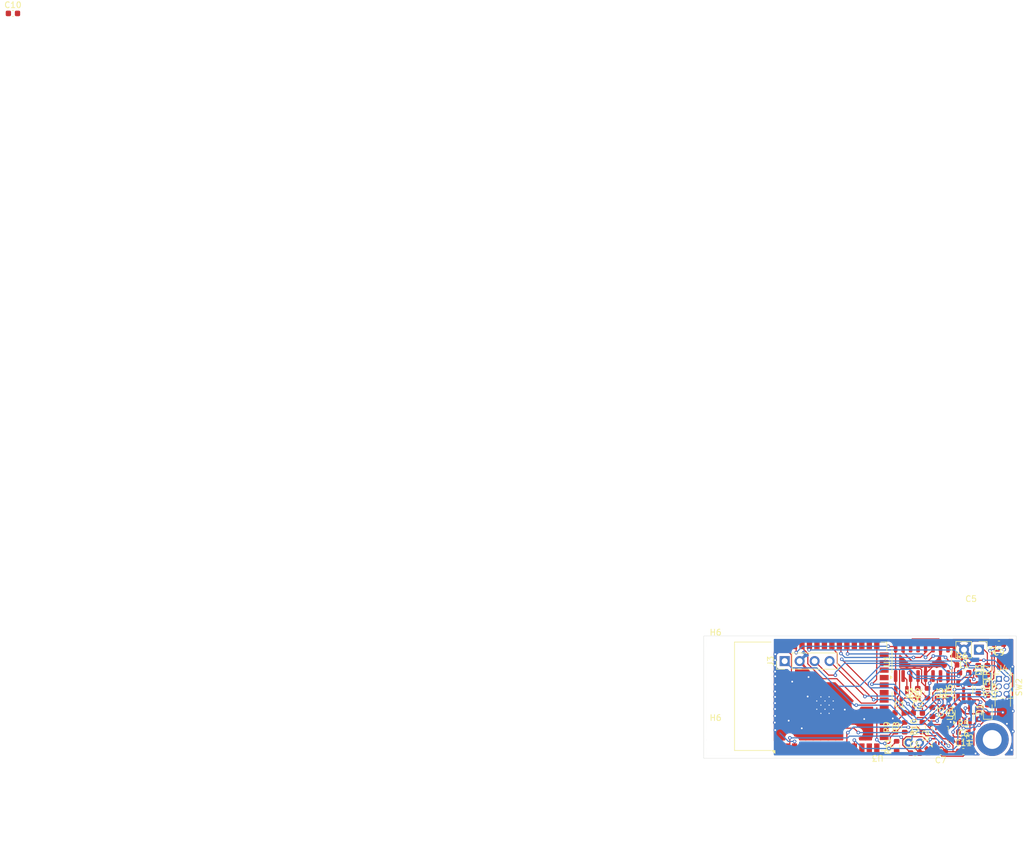
<source format=kicad_pcb>
(kicad_pcb (version 20241229) (generator "pcbnew") (generator_version "9.0")
  (layers (0 "F.Cu" signal) (2 "B.Cu" signal) (13 "F.Paste" user) (15 "B.Paste" user) (5 "F.SilkS" user "F.Silkscreen") (7 "B.SilkS" user "B.Silkscreen") (1 "F.Mask" user) (3 "B.Mask" user) (25 "Edge.Cuts" user))
  (net 0 "")
  (net 1 "+3.3V")
  (net 2 "GND")
  (net 3 "Net-(U1-VBG)")
  (net 4 "Net-(U1-INA-)")
  (net 5 "Net-(U1-INA+)")
  (net 6 "Net-(U5-BP)")
  (net 7 "V_CHARGE")
  (net 8 "Net-(D1-A)")
  (net 9 "Net-(D1-K)")
  (net 10 "Net-(D2-A)")
  (net 11 "BAT_CON+")
  (net 12 "Net-(Q2-B)")
  (net 13 "Net-(U1-VFB)")
  (net 14 "Net-(U5-ON{slash}~{OFF})")
  (net 15 "EN")
  (net 16 "Net-(U6-PROG)")
  (net 17 "Net-(U3-IO3)")
  (net 18 "SCL")
  (net 19 "SDA")
  (net 20 "ADC_OUT")
  (net 21 "ADC_CLK")
  (net 26 "IMU_INT")
  (net 30 "CHARGE_STATUS")
  (net 36 "RX")
  (net 37 "IO0")
  (net 53 "TX")
  (net 55 "Net-(D3-A)")
  (net 56 "Net-(U5-VIN)")
  (net 57 "ADC_ENABLE")
  (net 61 "Net-(J3-Pin_1)")
  (net 62 "Net-(J3-Pin_3)")
  (net 63 "Net-(J3-Pin_4)")
  (net 64 "Net-(Q2-C)")
  (footprint "Resistor_SMD:R_0603_1608Metric" (layer "F.Cu") (at 160.315 116.15 90)
    (property "Reference" "R3")
    (property "Value" "100R")
  )
  (footprint "Connector_PinHeader_1.27mm:PinHeader_2x03_P1.27mm_Vertical" (layer "F.Cu") (at 168.88 113.71)
    (property "Reference" "J4")
    (property "Value" "PROG")
  )
  (footprint "Resistor_SMD:R_0603_1608Metric" (layer "F.Cu") (at 162.575 111.325)
    (property "Reference" "R6")
    (property "Value" "10k")
  )
  (footprint "Resistor_SMD:R_0603_1608Metric" (layer "F.Cu") (at 152.875 121.925 90)
    (property "Reference" "R8")
    (property "Value" "10k")
  )
  (footprint "Capacitor_SMD:C_0603_1608Metric" (layer "F.Cu") (at 154.65 126.3)
    (property "Reference" "C8")
    (property "Value" "0.1uF")
  )
  (footprint "Resistor_SMD:R_0603_1608Metric" (layer "F.Cu") (at 151.3 121.925 90)
    (property "Reference" "R9")
    (property "Value" "10k")
  )
  (footprint "Connector_PinHeader_2.54mm:PinHeader_1x04_P2.54mm_Vertical" (layer "F.Cu") (at 132.5 110.6875 90)
    (property "Reference" "J3")
    (property "Value" "strain gauge")
  )
  (footprint "Package_TO_SOT_SMD:SOT-23-5" (layer "F.Cu") (at 162.875 115.5625 90)
    (property "Reference" "U6")
    (property "Value" "MCP73831-2-OT")
  )
  (footprint "Capacitor_SMD:C_0603_1608Metric" (layer "F.Cu") (at 157.565 119.325 -90)
    (property "Reference" "C3")
    (property "Value" "10uF")
  )
  (footprint "Capacitor_SMD:C_0603_1608Metric" (layer "F.Cu") (at 159.39 119.275 -90)
    (property "Reference" "C4")
    (property "Value" "0.1uF")
  )
  (footprint "LED_SMD:LED_0603_1608Metric_Pad1.05x0.95mm_HandSolder" (layer "F.Cu") (at 166.925 115.525 -90)
    (property "Reference" "D2")
    (property "Value" "LED")
  )
  (footprint "Capacitor_SMD:C_0603_1608Metric" (layer "F.Cu") (at 162.825 124.425)
    (property "Reference" "C6")
    (property "Value" "0.01uF")
  )
  (footprint "Capacitor_SMD:C_0603_1608Metric" (layer "F.Cu") (at 155.1 119.5)
    (property "Reference" "C2")
    (property "Value" "0.1uF")
  )
  (footprint "Package_SO:SOP-16_3.9x9.9mm_P1.27mm" (layer "F.Cu") (at 155.775 110.725 90)
    (property "Reference" "U1")
    (property "Value" "HX711")
  )
  (footprint "Capacitor_SMD:C_0603_1608Metric" (layer "F.Cu") (at 162.825 126.025)
    (property "Reference" "C11")
    (property "Value" "0.1uF")
  )
  (footprint "MountingHole:MountingHole_3.2mm_M3_DIN965" (layer "F.Cu") (at 120.775 124.125)
    (property "Reference" "H6")
    (property "Value" "MountingHole")
  )
  (footprint "Resistor_SMD:R_0603_1608Metric" (layer "F.Cu") (at 165.35 112.225 -90)
    (property "Reference" "R7")
    (property "Value" "2k")
  )
  (footprint "Connector_PinHeader_2.54mm:PinHeader_1x02_P2.54mm_Vertical" (layer "F.Cu") (at 165.475 108.75 -90)
    (property "Reference" "J1")
    (property "Value" "Conn_01x02_Pin")
  )
  (footprint "Package_LGA:Bosch_LGA-14_3x2.5mm_P0.5mm" (layer "F.Cu") (at 158.9175 123.3575 90)
    (property "Reference" "U2")
    (property "Value" "IIM-42652")
  )
  (footprint "Resistor_THT:R_Axial_DIN0204_L3.6mm_D1.6mm_P1.90mm_Vertical" (layer "F.Cu") (at 153.545 124.525)
    (property "Reference" "J2")
    (property "Value" "Battery_connector")
  )
  (footprint "MountingHole:MountingHole_3.2mm_M3_DIN965_Pad" (layer "F.Cu") (at 167.725 124 90)
    (property "Reference" "H3")
    (property "Value" "MountingHole")
  )
  (footprint "MountingHole:MountingHole_3.2mm_M3_DIN965" (layer "F.Cu") (at 120.775 109.625)
    (property "Reference" "H6")
    (property "Value" "MountingHole")
  )
  (footprint "Capacitor_SMD:C_0603_1608Metric" (layer "F.Cu") (at 168.875 107.8 180)
    (property "Reference" "C9")
    (property "Value" "4.7uF")
  )
  (footprint "Resistor_SMD:R_0603_1608Metric" (layer "F.Cu") (at 165.375 115.325 -90)
    (property "Reference" "R15")
    (property "Value" "1k")
  )
  (footprint "Diode_SMD:D_0603_1608Metric" (layer "F.Cu") (at 166.9 112.225 90)
    (property "Reference" "D3")
    (property "Value" "D")
  )
  (footprint "Inductor_SMD:L_0603_1608Metric" (layer "F.Cu") (at 162.975 112.675)
    (property "Reference" "L1")
    (property "Value" "3.3uH")
  )
  (footprint "Capacitor_SMD:C_0603_1608Metric" (layer "F.Cu") (at 152.015 119.475)
    (property "Reference" "C1")
    (property "Value" "10uF")
  )
  (footprint "Button_Switch_SMD:SW_SPST_REED_CT05-XXXX-G1" (layer "F.Cu") (at 169.525 115.125 90)
    (property "Reference" "SW2")
    (property "Value" "SW_Reed_Opener")
  )
  (footprint "LED_SMD:LED_0603_1608Metric_Pad1.05x0.95mm_HandSolder" (layer "F.Cu") (at 166.975 118.9 90)
    (property "Reference" "D1")
    (property "Value" "LED")
  )
  (footprint "Package_TO_SOT_SMD:SOT-23-5" (layer "F.Cu") (at 163 119.8125 90)
    (property "Reference" "U5")
    (property "Value" "TC2185-3.3VxCTTR")
  )
  (footprint "Capacitor_SMD:C_0603_1608Metric" (layer "F.Cu") (at 158.975 126.075 180)
    (property "Reference" "C7")
    (property "Value" "2.2uF")
  )
  (footprint "RF_Module:ESP32-S3-WROOM-1" (layer "F.Cu") (at 136.885 116.6625 90)
    (property "Reference" "U3")
    (property "Value" "ESP32-S3-WROOM-1")
  )
  (footprint "Capacitor_SMD:C_0603_1608Metric" (layer "F.Cu") (at 1.505 0.755)
    (property "Reference" "C10")
    (property "Value" "0.1uF")
  )
  (footprint "Resistor_SMD:R_0603_1608Metric" (layer "F.Cu") (at 155.875 121.9 90)
    (property "Reference" "R10")
    (property "Value" "4.7k")
  )
  (footprint "Resistor_SMD:R_0603_1608Metric" (layer "F.Cu") (at 158.415 116.15 -90)
    (property "Reference" "R4")
    (property "Value" "100R")
  )
  (footprint "Resistor_SMD:R_0603_1608Metric" (layer "F.Cu") (at 162.825 122.775)
    (property "Reference" "R5")
    (property "Value" "10k")
  )
  (footprint "Package_TO_SOT_SMD:SOT-23" (layer "F.Cu") (at 152.29 116.5875 -90)
    (property "Reference" "Q2")
    (property "Value" "SS8550")
  )
  (footprint "Capacitor_SMD:C_0603_1608Metric" (layer "F.Cu") (at 165.45 119.775 90)
    (property "Reference" "C5")
    (property "Value" "3.1nF")
  )
  (footprint "Resistor_SMD:R_0603_1608Metric" (layer "F.Cu") (at 151.5 125.125 90)
    (property "Reference" "R11")
    (property "Value" "4.7k")
  )
  (footprint "Resistor_SMD:R_0603_1608Metric" (layer "F.Cu") (at 155.09 116.125 90)
    (property "Reference" "R1")
    (property "Value" "8.2k")
  )
  (footprint "Resistor_SMD:R_0603_1608Metric" (layer "F.Cu") (at 156.74 116.15 90)
    (property "Reference" "R2")
    (property "Value" "8.2k")
  )
  (gr_rect (start 118.775 106.425) (end 171.8 127.2) (stroke (width 0.05)) (fill no) (layer "Edge.Cuts"))
  (segment (start 155.924 123.524) (end 157.699 125.299) (width 0.2) (layer "F.Cu") (net 1))
  (segment (start 157.6185 121.4565) (end 157.06125 122.01375) (width 0.2) (layer "F.Cu") (net 1))
  (segment (start 157.699 125.299) (end 159.199 125.299) (width 0.2) (layer "F.Cu") (net 1))
  (segment (start 156.875 110.675) (end 154.112817 110.675) (width 0.2) (layer "F.Cu") (net 1))
  (segment (start 159.93 123.8575) (end 159.3925 123.8575) (width 0.2) (layer "F.Cu") (net 1))
  (segment (start 152.702186 123.952186) (end 152.622599 123.952186) (width 0.2) (layer "F.Cu") (net 1))
  (segment (start 151.85 126.3) (end 151.5 125.95) (width 0.2) (layer "F.Cu") (net 1))
  (segment (start 161.325 117.95) (end 162.05 118.675) (width 0.2) (layer "F.Cu") (net 1))
  (segment (start 168.125 114.324276) (end 168.079 114.370276) (width 0.2) (layer "F.Cu") (net 1))
  (segment (start 159.6675 121.7) (end 159.424 121.4565) (width 0.2) (layer "F.Cu") (net 1))
  (segment (start 163.288557 119.6385) (end 164.8115 119.6385) (width 0.2) (layer "F.Cu") (net 1))
  (segment (start 159.6675 121.7) (end 159.6675 122.095) (width 0.2) (layer "F.Cu") (net 1))
  (segment (start 164.8115 119.6385) (end 165.45 119) (width 0.2) (layer "F.Cu") (net 1))
  (segment (start 161.049 110.674) (end 161.825 111.45) (width 0.2) (layer "F.Cu") (net 1))
  (segment (start 155.875 121.075) (end 156.1225 121.075) (width 0.2) (layer "F.Cu") (net 1))
  (segment (start 152.622599 123.952186) (end 152.278003 123.60759) (width 0.2) (layer "F.Cu") (net 1))
  (segment (start 152.6 108.225) (end 152.6 109.224999) (width 0.2) (layer "F.Cu") (net 1))
  (segment (start 161.324 117.673943) (end 163.288557 119.6385) (width 0.2) (layer "F.Cu") (net 1))
  (segment (start 152.544 124.944) (end 152.544 124.110372) (width 0.2) (layer "F.Cu") (net 1))
  (segment (start 168.079 114.370276) (end 168.079 114.944751) (width 0.2) (layer "F.Cu") (net 1))
  (segment (start 161.825 111.45) (end 161.325 111.95) (width 0.2) (layer "F.Cu") (net 1))
  (segment (start 164.8115 119.6385) (end 163.0135 119.6385) (width 0.2) (layer "F.Cu") (net 1))
  (segment (start 152.702186 123.952186) (end 153.130372 123.524) (width 0.2) (layer "F.Cu") (net 1))
  (segment (start 167.498751 115.525) (end 166.239292 115.525) (width 0.2) (layer "F.Cu") (net 1))
  (segment (start 159.975 126.075) (end 161.075 126.075) (width 0.2) (layer "F.Cu") (net 1))
  (segment (start 162.05 118.675) (end 159.6675 121.0575) (width 0.2) (layer "F.Cu") (net 1))
  (segment (start 160.1 125.95) (end 159.975 126.075) (width 0.2) (layer "F.Cu") (net 1))
  (segment (start 156.1225 121.075) (end 157.06125 122.01375) (width 0.2) (layer "F.Cu") (net 1))
  (segment (start 157.725 109.825) (end 156.875 110.675) (width 0.2) (layer "F.Cu") (net 1))
  (segment (start 161.075 125.0025) (end 161.075 126.075) (width 0.2) (layer "F.Cu") (net 1))
  (segment (start 157.06125 122.01375) (end 157.905 122.8575) (width 0.2) (layer "F.Cu") (net 1))
  (segment (start 153.9 126.3) (end 151.85 126.3) (width 0.2) (layer "F.Cu") (net 1))
  (segment (start 158.3925 122.8575) (end 157.905 122.8575) (width 0.2) (layer "F.Cu") (net 1))
  (segment (start 133.375 123.725) (end 133.375 124.9325) (width 0.2) (layer "F.Cu") (net 1))
  (segment (start 154.112817 110.675) (end 152.6 109.162183) (width 0.2) (layer "F.Cu") (net 1))
  (segment (start 153.130372 123.524) (end 155.924 123.524) (width 0.2) (layer "F.Cu") (net 1))
  (segment (start 153.9 126.3) (end 152.544 124.944) (width 0.2) (layer "F.Cu") (net 1))
  (segment (start 162 126.075) (end 162.05 126.025) (width 0.2) (layer "F.Cu") (net 1))
  (segment (start 160.51125 124.43875) (end 161.075 125.0025) (width 0.2) (layer "F.Cu") (net 1))
  (segment (start 159.199 125.299) (end 159.975 126.075) (width 0.2) (layer "F.Cu") (net 1))
  (segment (start 159.424 121.4565) (end 157.6185 121.4565) (width 0.2) (layer "F.Cu") (net 1))
  (segment (start 159.6675 121.0575) (end 159.6675 121.7) (width 0.2) (layer "F.Cu") (net 1))
  (segment (start 161.324 115.996532) (end 161.324 117.673943) (width 0.2) (layer "F.Cu") (net 1))
  (segment (start 152.6 109.162183) (end 152.6 108.199) (width 0.2) (layer "F.Cu") (net 1))
  (segment (start 161.049 110.674) (end 160.399 110.674) (width 0.2) (layer "F.Cu") (net 1))
  (segment (start 161.075 126.075) (end 162 126.075) (width 0.2) (layer "F.Cu") (net 1))
  (segment (start 163.0135 119.6385) (end 162.05 118.675) (width 0.2) (layer "F.Cu") (net 1))
  (segment (start 160.399 110.674) (end 159.8 110.075) (width 0.2) (layer "F.Cu") (net 1))
  (segment (start 168.079 114.944751) (end 167.498751 115.525) (width 0.2) (layer "F.Cu") (net 1))
  (segment (start 133.375 124.9325) (end 132.895 125.4125) (width 0.2) (layer "F.Cu") (net 1))
  (segment (start 152.544 124.110372) (end 152.702186 123.952186) (width 0.2) (layer "F.Cu") (net 1))
  (segment (start 159.3925 123.8575) (end 158.3925 122.8575) (width 0.2) (layer "F.Cu") (net 1))
  (segment (start 161.325 111.95) (end 161.325 117.95) (width 0.2) (layer "F.Cu") (net 1))
  (segment (start 159.93 123.8575) (end 160.51125 124.43875) (width 0.2) (layer "F.Cu") (net 1))
  (segment (start 152.6 109.224999) (end 154.049001 110.674) (width 0.2) (layer "F.Cu") (net 1))
  (via (at 161.325 115.534868) (size 0.6) (drill 0.3) (layers "F.Cu" "B.Cu") (net 1))
  (via (at 166.239292 115.525) (size 0.6) (drill 0.3) (layers "F.Cu" "B.Cu") (net 1))
  (via (at 157.725 109.825) (size 0.6) (drill 0.3) (layers "F.Cu" "B.Cu") (net 1))
  (via (at 133.375 123.725) (size 0.6) (drill 0.3) (layers "F.Cu" "B.Cu") (net 1))
  (via (at 168.125 114.324276) (size 0.6) (drill 0.3) (layers "F.Cu" "B.Cu") (net 1))
  (via (at 159.8 110.075) (size 0.6) (drill 0.3) (layers "F.Cu" "B.Cu") (net 1))
  (via (at 152.278003 123.60759) (size 0.6) (drill 0.3) (layers "F.Cu" "B.Cu") (net 1))
  (segment (start 166.239292 115.525) (end 164.65769 115.525) (width 0.2) (layer "B.Cu") (net 1))
  (segment (start 168.739276 113.71) (end 168.125 114.324276) (width 0.2) (layer "B.Cu") (net 1))
  (segment (start 166.239291 115.525) (end 166.206601 115.49231) (width 0.2) (layer "B.Cu") (net 1))
  (segment (start 143.475943 123.424) (end 143.174943 123.725) (width 0.2) (layer "B.Cu") (net 1))
  (segment (start 152.094413 123.424) (end 143.475943 123.424) (width 0.2) (layer "B.Cu") (net 1))
  (segment (start 164.625 115.49231) (end 161.367558 115.49231) (width 0.2) (layer "B.Cu") (net 1))
  (segment (start 161.367558 115.49231) (end 161.325 115.534868) (width 0.2) (layer "B.Cu") (net 1))
  (segment (start 164.65769 115.525) (end 164.625 115.49231) (width 0.2) (layer "B.Cu") (net 1))
  (segment (start 143.174943 123.725) (end 133.375 123.725) (width 0.2) (layer "B.Cu") (net 1))
  (segment (start 152.278003 123.60759) (end 152.094413 123.424) (width 0.2) (layer "B.Cu") (net 1))
  (segment (start 168.88 113.71) (end 168.739276 113.71) (width 0.2) (layer "B.Cu") (net 1))
  (segment (start 159.55 109.825) (end 157.725 109.825) (width 0.2) (layer "B.Cu") (net 1))
  (segment (start 166.206601 115.49231) (end 164.625 115.49231) (width 0.2) (layer "B.Cu") (net 1))
  (segment (start 159.8 110.075) (end 159.55 109.825) (width 0.2) (layer "B.Cu") (net 1))
  (segment (start 163.6 126.025) (end 163.6 125.975) (width 0.2) (layer "F.Cu") (net 2))
  (segment (start 151.3 120.882661) (end 150.848405 120.431066) (width 0.2) (layer "F.Cu") (net 2))
  (segment (start 163.6 125.975) (end 162.05 124.425) (width 0.2) (layer "F.Cu") (net 2))
  (segment (start 161.286805 124.35) (end 161.286805 124.149805) (width 0.2) (layer "F.Cu") (net 2))
  (segment (start 156.74 115.325) (end 155.741 114.326) (width 0.2) (layer "F.Cu") (net 2))
  (segment (start 154.171001 106.924) (end 153.87 107.225001) (width 0.2) (layer "F.Cu") (net 2))
  (segment (start 170.15 116.25) (end 170.15 116.975) (width 0.2) (layer "F.Cu") (net 2))
  (segment (start 160.0935 121.602032) (end 160.0935 122.694) (width 0.2) (layer "F.Cu") (net 2))
  (segment (start 153.87 107.225001) (end 153.87 108.225) (width 0.2) (layer "F.Cu") (net 2))
  (segment (start 170.15 116.975) (end 170.288235 117.113235) (width 0.2) (layer "F.Cu") (net 2))
  (segment (start 136.55 112.1975) (end 136.55 113.4) (width 0.2) (layer "F.Cu") (net 2))
  (segment (start 168.077 112.448) (end 168.077 110.05) (width 0.2) (layer "F.Cu") (net 2))
  (segment (start 158.017304 120.1) (end 158.304387 119.812917) (width 0.2) (layer "F.Cu") (net 2))
  (segment (start 166.925 114.09444) (end 166.91528 114.08472) (width 0.2) (layer "F.Cu") (net 2))
  (segment (start 154.575 125.45) (end 155.425 126.3) (width 0.2) (layer "F.Cu") (net 2))
  (segment (start 155.445 124.525) (end 154.575 125.395) (width 0.2) (layer "F.Cu") (net 2))
  (segment (start 164.624 125.001) (end 163.6 126.025) (width 0.2) (layer "F.Cu") (net 2))
  (segment (start 163.6 126.025) (end 162.774 126.851) (width 0.2) (layer "F.Cu") (net 2))
  (segment (start 155.741 112.184032) (end 155.480968 111.924) (width 0.2) (layer "F.Cu") (net 2))
  (segment (start 168.077 110.05) (end 168.077 109.9401) (width 0.2) (layer "F.Cu") (net 2))
  (segment (start 161.361805 124.425) (end 161.286805 124.35) (width 0.2) (layer "F.Cu") (net 2))
  (segment (start 162.05 124.425) (end 161.361805 124.425) (width 0.2) (layer "F.Cu") (net 2))
  (segment (start 160.4945 123.3575) (end 159.93 123.3575) (width 0.2) (layer "F.Cu") (net 2))
  (segment (start 161.286805 124.149805) (end 160.4945 123.3575) (width 0.2) (layer "F.Cu") (net 2))
  (segment (start 165.45 120.55) (end 164.624 121.376) (width 0.2) (layer "F.Cu") (net 2))
  (segment (start 162.875 115.04231) (end 162.725 114.89231) (width 0.2) (layer "F.Cu") (net 2))
  (segment (start 131.625 108.8) (end 130.9 109.525) (width 0.2) (layer "F.Cu") (net 2))
  (segment (start 164.624 121.376) (end 164.624 125.001) (width 0.2) (layer "F.Cu") (net 2))
  (segment (start 151.999 112.184032) (end 151.999 116.417) (width 0.2) (layer "F.Cu") (net 2))
  (segment (start 156.41 114.995) (end 156.74 115.325) (width 0.2) (layer "F.Cu") (net 2))
  (segment (start 156.15 126.075) (end 155.675 126.075) (width 0.2) (layer "F.Cu") (net 2))
  (segment (start 167.975 112.55) (end 168.077 112.448) (width 0.2) (layer "F.Cu") (net 2))
  (segment (start 158.95 108.225) (end 158.95 110.313032) (width 0.2) (layer "F.Cu") (net 2))
  (segment (start 167.975 113.6) (end 167.975 112.55) (width 0.2) (layer "F.Cu") (net 2))
  (segment (start 160.672766 121.022766) (end 160.0935 121.602032) (width 0.2) (layer "F.Cu") (net 2))
  (segment (start 162.390968 119.9865) (end 161.709032 119.9865) (width 0.2) (layer "F.Cu") (net 2))
  (segment (start 166.925 114.65) (end 167.975 113.6) (width 0.2) (layer "F.Cu") (net 2))
  (segment (start 163 120.595532) (end 162.390968 119.9865) (width 0.2) (layer "F.Cu") (net 2))
  (segment (start 152.259032 111.924) (end 151.999 112.184032) (width 0.2) (layer "F.Cu") (net 2))
  (segment (start 135.04 110.6875) (end 136.55 112.1975) (width 0.2) (layer "F.Cu") (net 2))
  (segment (start 152.79 119.61) (end 152.79 119.475) (width 0.2) (layer "F.Cu") (net 2))
  (segment (start 158.95 110.313032) (end 156.41 112.853032) (width 0.2) (layer "F.Cu") (net 2))
  (segment (start 163 120.95) (end 163 120.595532) (width 0.2) (layer "F.Cu") (net 2))
  (segment (start 158.425 126.075) (end 156.15 126.075) (width 0.2) (layer "F.Cu") (net 2))
  (segment (start 157.565 120.1) (end 158.017304 120.1) (width 0.2) (layer "F.Cu") (net 2))
  (segment (start 151.641 118.326) (end 152.79 119.475) (width 0.2) (layer "F.Cu") (net 2))
  (segment (start 160.30123 117.875) (end 160.30123 119.540391) (width 0.2) (layer "F.Cu") (net 2))
  (segment (start 160.22 108.225) (end 158.95 108.225) (width 0.2) (layer "F.Cu") (net 2))
  (segment (start 151.999 116.417) (end 151.641 116.775) (width 0.2) (layer "F.Cu") (net 2))
  (segment (start 159.93 123.3575) (end 159.93 122.8575) (width 0.2) (layer "F.Cu") (net 2))
  (segment (start 162.774 126.851) (end 159.175 126.851) (width 0.2) (layer "F.Cu") (net 2))
  (segment (start 168.1 107.8) (end 168.1 109.9171) (width 0.2) (layer "F.Cu") (net 2))
  (segment (start 168.1 109.9171) (end 168.077 109.9401) (width 0.2) (layer "F.Cu") (net 2))
  (segment (start 158.425 126.075) (end 159.175 126.825) (width 0.2) (layer "F.Cu") (net 2))
  (segment (start 131.625 107.9125) (end 131.625 108.8) (width 0.2) (layer "F.Cu") (net 2))
  (segment (start 166.925 114.65) (end 166.925 114.09444) (width 0.2) (layer "F.Cu") (net 2))
  (segment (start 155.741 114.326) (end 155.741 112.184032) (width 0.2) (layer "F.Cu") (net 2))
  (segment (start 151.3 121.1) (end 152.79 119.61) (width 0.2) (layer "F.Cu") (net 2))
  (segment (start 160.0935 122.694) (end 159.93 122.8575) (width 0.2) (layer "F.Cu") (net 2))
  (segment (start 168.077 109.9401) (end 168.077 109.95) (width 0.2) (layer "F.Cu") (net 2))
  (segment (start 151.3 121.1) (end 151.3 120.882661) (width 0.2) (layer "F.Cu") (net 2))
  (segment (start 154.575 125.395) (end 154.575 125.45) (width 0.2) (layer "F.Cu") (net 2))
  (segment (start 159.175 126.825) (end 159.175 126.851) (width 0.2) (layer "F.Cu") (net 2))
  (segment (start 162.875 116.7) (end 162.875 115.04231) (width 0.2) (layer "F.Cu") (net 2))
  (segment (start 158.95 108.225) (end 158.95 107.225001) (width 0.2) (layer "F.Cu") (net 2))
  (segment (start 161.709032 119.9865) (end 160.672766 121.022766) (width 0.2) (layer "F.Cu") (net 2))
  (segment (start 158.648999 106.924) (end 154.171001 106.924) (width 0.2) (layer "F.Cu") (net 2))
  (segment (start 160.30123 119.540391) (end 160.318656 119.557817) (width 0.2) (layer "F.Cu") (net 2))
  (segment (start 151.641 116.775) (end 151.641 118.326) (width 0.2) (layer "F.Cu") (net 2))
  (segment (start 156.41 112.853032) (end 156.41 113.225) (width 0.2) (layer "F.Cu") (net 2))
  (segment (start 155.480968 111.924) (end 152.259032 111.924) (width 0.2) (layer "F.Cu") (net 2))
  (segment (start 156.41 113.225) (end 156.41 114.995) (width 0.2) (layer "F.Cu") (net 2))
  (segment (start 155.45 126.3) (end 155.675 126.075) (width 0.2) (layer "F.Cu") (net 2))
  (segment (start 158.95 107.225001) (end 158.648999 106.924) (width 0.2) (layer "F.Cu") (net 2))
  (via (at 170.288235 117.113235) (size 0.6) (drill 0.3) (layers "F.Cu" "B.Cu") (net 2))
  (via (at 164.9 126.375) (size 0.6) (drill 0.3) (layers "F.Cu" "B.Cu") (net 2))
  (via (at 135.4 122.1) (size 0.6) (drill 0.3) (layers "F.Cu" "B.Cu") (net 2))
  (via (at 146 120.525) (size 0.6) (drill 0.3) (layers "F.Cu" "B.Cu") (net 2))
  (via (at 171.225 122.625) (size 0.6) (drill 0.3) (layers "F.Cu" "B.Cu") (net 2))
  (via (at 133.175 120.8) (size 0.6) (drill 0.3) (layers "F.Cu" "B.Cu") (net 2))
  (via (at 130.875 117.825) (size 0.6) (drill 0.3) (layers "F.Cu" "B.Cu") (net 2))
  (via (at 130.9 122.4) (size 0.6) (drill 0.3) (layers "F.Cu" "B.Cu") (net 2))
  (via (at 130.875 118.825) (size 0.6) (drill 0.3) (layers "F.Cu" "B.Cu") (net 2))
  (via (at 165.615281 112.784721) (size 0.6) (drill 0.3) (layers "F.Cu" "B.Cu") (net 2))
  (via (at 130.875 115.85) (size 0.6) (drill 0.3) (layers "F.Cu" "B.Cu") (net 2))
  (via (at 160.318656 119.557817) (size 0.6) (drill 0.3) (layers "F.Cu" "B.Cu") (net 2))
  (via (at 130.875 116.775) (size 0.6) (drill 0.3) (layers "F.Cu" "B.Cu") (net 2))
  (via (at 162.725 114.89231) (size 0.6) (drill 0.3) (layers "F.Cu" "B.Cu") (net 2))
  (via (at 130.9 114.65) (size 0.6) (drill 0.3) (layers "F.Cu" "B.Cu") (net 2))
  (via (at 165.5 120.55) (size 0.6) (drill 0.3) (layers "F.Cu" "B.Cu") (net 2))
  (via (at 170.225 121.325) (size 0.6) (drill 0.3) (layers "F.Cu" "B.Cu") (net 2))
  (via (at 171.164265 111.635735) (size 0.6) (drill 0.3) (layers "F.Cu" "B.Cu") (net 2))
  (via (at 130.875 112.475) (size 0.6) (drill 0.3) (layers "F.Cu" "B.Cu") (net 2))
  (via (at 166.91528 114.08472) (size 0.6) (drill 0.3) (layers "F.Cu" "B.Cu") (net 2))
  (via (at 160.672766 121.022766) (size 0.6) (drill 0.3) (layers "F.Cu" "B.Cu") (net 2))
  (via (at 150.848405 120.431066) (size 0.6) (drill 0.3) (layers "F.Cu" "B.Cu") (net 2))
  (via (at 136.4 116.7) (size 0.6) (drill 0.3) (layers "F.Cu" "B.Cu") (net 2))
  (via (at 171.225 119.175) (size 0.6) (drill 0.3) (layers "F.Cu" "B.Cu") (net 2))
  (via (at 171.025 125.775) (size 0.6) (drill 0.3) (layers "F.Cu" "B.Cu") (net 2))
  (via (at 136.55 113.4) (size 0.6) (drill 0.3) (layers "F.Cu" "B.Cu") (net 2))
  (via (at 133.775 114.175) (size 0.6) (drill 0.3) (layers "F.Cu" "B.Cu") (net 2))
  (via (at 130.9 113.275) (size 0.6) (drill 0.3) (layers "F.Cu" "B.Cu") (net 2))
  (via (at 130.875 111.425) (size 0.6) (drill 0.3) (layers "F.Cu" "B.Cu") (net 2))
  (via (at 142.7 118.925) (size 0.6) (drill 0.3) (layers "F.Cu" "B.Cu") (net 2))
  (via (at 158.304387 119.812917) (size 0.6) (drill 0.3) (layers "F.Cu" "B.Cu") (net 2))
  (via (at 160.30123 117.875) (size 0.6) (drill 0.3) (layers "F.Cu" "B.Cu") (net 2))
  (via (at 130.875 120) (size 0.6) (drill 0.3) (layers "F.Cu" "B.Cu") (net 2))
  (via (at 130.875 110.525) (size 0.6) (drill 0.3) (layers "F.Cu" "B.Cu") (net 2))
  (via (at 130.825 121.125) (size 0.6) (drill 0.3) (layers "F.Cu" "B.Cu") (net 2))
  (via (at 130.9 109.525) (size 0.6) (drill 0.3) (layers "F.Cu" "B.Cu") (net 2))
  (segment (start 165.5 120.55) (end 169.45 120.55) (width 0.2) (layer "B.Cu") (net 2))
  (segment (start 160.242304 117.875) (end 160.30123 117.875) (width 0.2) (layer "B.Cu") (net 2))
  (segment (start 171.352 115.048) (end 171.352 111.82347) (width 0.2) (layer "B.Cu") (net 2))
  (segment (start 169.45 120.55) (end 170.225 121.325) (width 0.2) (layer "B.Cu") (net 2))
  (segment (start 170.15 116.25) (end 171.352 115.048) (width 0.2) (layer "B.Cu") (net 2))
  (segment (start 160.318656 119.557817) (end 160.318656 120.668656) (width 0.2) (layer "B.Cu") (net 2))
  (segment (start 160.318656 120.668656) (end 160.672766 121.022766) (width 0.2) (layer "B.Cu") (net 2))
  (segment (start 162.725 114.89231) (end 162.725 114.549943) (width 0.2) (layer "B.Cu") (net 2))
  (segment (start 169.358477 120.55) (end 165.5 120.55) (width 0.2) (layer "B.Cu") (net 2))
  (segment (start 170.288235 119.620242) (end 169.358477 120.55) (width 0.2) (layer "B.Cu") (net 2))
  (segment (start 171.352 111.82347) (end 171.164265 111.635735) (width 0.2) (layer "B.Cu") (net 2))
  (segment (start 166.91528 114.08472) (end 165.615281 112.784721) (width 0.2) (layer "B.Cu") (net 2))
  (segment (start 158.304387 119.812917) (end 160.242304 117.875) (width 0.2) (layer "B.Cu") (net 2))
  (segment (start 170.288235 117.113235) (end 170.288235 119.620242) (width 0.2) (layer "B.Cu") (net 2))
  (segment (start 164.490222 112.784721) (end 165.615281 112.784721) (width 0.2) (layer "B.Cu") (net 2))
  (segment (start 162.725 114.549943) (end 164.490222 112.784721) (width 0.2) (layer "B.Cu") (net 2))
  (segment (start 155.875 119.5) (end 155.875 118.58353) (width 0.2) (layer "F.Cu") (net 3))
  (segment (start 155.875 118.58353) (end 155.365735 118.074265) (width 0.2) (layer "F.Cu") (net 3))
  (segment (start 157.23 113.675) (end 157.68 113.225) (width 0.2) (layer "F.Cu") (net 3))
  (segment (start 157.23 114.304517) (end 157.23 113.675) (width 0.2) (layer "F.Cu") (net 3))
  (segment (start 157.104606 114.429911) (end 157.23 114.304517) (width 0.2) (layer "F.Cu") (net 3))
  (via (at 155.365735 118.074265) (size 0.6) (drill 0.3) (layers "F.Cu" "B.Cu") (net 3))
  (via (at 157.104606 114.429911) (size 0.6) (drill 0.3) (layers "F.Cu" "B.Cu") (net 3))
  (segment (start 157.104606 114.429911) (end 157.04 114.494517) (width 0.2) (layer "B.Cu") (net 3))
  (segment (start 157.04 114.494517) (end 157.04 116.4) (width 0.2) (layer "B.Cu") (net 3))
  (segment (start 157.04 116.4) (end 155.365735 118.074265) (width 0.2) (layer "B.Cu") (net 3))
  (segment (start 157.639 117.388064) (end 157.639 116.101) (width 0.2) (layer "F.Cu") (net 4))
  (segment (start 158.415 115.325) (end 158.415 113.76) (width 0.2) (layer "F.Cu") (net 4))
  (segment (start 158.614 118.363064) (end 157.639 117.388064) (width 0.2) (layer "F.Cu") (net 4))
  (segment (start 158.614 119.274) (end 158.614 118.363064) (width 0.2) (layer "F.Cu") (net 4))
  (segment (start 158.415 113.76) (end 158.95 113.225) (width 0.2) (layer "F.Cu") (net 4))
  (segment (start 157.639 116.101) (end 158.415 115.325) (width 0.2) (layer "F.Cu") (net 4))
  (segment (start 159.39 120.05) (end 158.614 119.274) (width 0.2) (layer "F.Cu") (net 4))
  (segment (start 159.665 116.975) (end 160.315 116.975) (width 0.2) (layer "F.Cu") (net 5))
  (segment (start 159.39 116.25) (end 159.39 116.7) (width 0.2) (layer "F.Cu") (net 5))
  (segment (start 160.22 113.225) (end 160.22 114.230936) (width 0.2) (layer "F.Cu") (net 5))
  (segment (start 159.525 114.925936) (end 159.525 116.115) (width 0.2) (layer "F.Cu") (net 5))
  (segment (start 159.39 116.7) (end 159.665 116.975) (width 0.2) (layer "F.Cu") (net 5))
  (segment (start 159.525 116.115) (end 159.39 116.25) (width 0.2) (layer "F.Cu") (net 5))
  (segment (start 159.39 116.7) (end 159.39 118.5) (width 0.2) (layer "F.Cu") (net 5))
  (segment (start 160.22 114.230936) (end 159.525 114.925936) (width 0.2) (layer "F.Cu") (net 5))
  (segment (start 160.315 113.32) (end 160.22 113.225) (width 0.2) (layer "F.Cu") (net 5))
  (segment (start 161.330311 123.575) (end 162.75 123.575) (width 0.2) (layer "F.Cu") (net 6))
  (segment (start 161.083319 122.73966) (end 161.083319 123.328008) (width 0.2) (layer "F.Cu") (net 6))
  (segment (start 162.75 123.575) (end 163.6 124.425) (width 0.2) (layer "F.Cu") (net 6))
  (segment (start 163.95 118.675) (end 163.175 118.675) (width 0.2) (layer "F.Cu") (net 6))
  (segment (start 161.083319 123.328008) (end 161.330311 123.575) (width 0.2) (layer "F.Cu") (net 6))
  (via (at 161.083319 122.73966) (size 0.6) (drill 0.3) (layers "F.Cu" "B.Cu") (net 6))
  (via (at 163.175 118.675) (size 0.6) (drill 0.3) (layers "F.Cu" "B.Cu") (net 6))
  (segment (start 161.083319 122.466681) (end 163.425 120.125) (width 0.2) (layer "B.Cu") (net 6))
  (segment (start 161.083319 122.73966) (end 161.083319 122.466681) (width 0.2) (layer "B.Cu") (net 6))
  (segment (start 163.175 119.875) (end 163.175 118.675) (width 0.2) (layer "B.Cu") (net 6))
  (segment (start 163.425 120.125) (end 163.175 119.875) (width 0.2) (layer "B.Cu") (net 6))
  (segment (start 165.375 114.5) (end 165.4125 114.5) (width 0.2) (layer "F.Cu") (net 7))
  (segment (start 167.676 112.2365) (end 166.9 113.0125) (width 0.2) (layer "F.Cu") (net 7))
  (segment (start 167.676 109.774) (end 167.676 109.252912) (width 0.2) (layer "F.Cu") (net 7))
  (segment (start 167.676 109.252912) (end 167.337723 108.914635) (width 0.2) (layer "F.Cu") (net 7))
  (segment (start 163.825 114.425) (end 165.3 114.425) (width 0.2) (layer "F.Cu") (net 7))
  (segment (start 165.3 114.425) (end 165.375 114.5) (width 0.2) (layer "F.Cu") (net 7))
  (segment (start 169.775 108.725) (end 169.775 107.925) (width 0.2) (layer "F.Cu") (net 7))
  (segment (start 165.4125 114.5) (end 166.9 113.0125) (width 0.2) (layer "F.Cu") (net 7))
  (segment (start 167.676 109.774) (end 167.676 112.2365) (width 0.2) (layer "F.Cu") (net 7))
  (segment (start 169.775 107.925) (end 169.65 107.8) (width 0.2) (layer "F.Cu") (net 7))
  (via (at 169.775 108.725) (size 0.6) (drill 0.3) (layers "F.Cu" "B.Cu") (net 7))
  (via (at 167.337723 108.914635) (size 0.6) (drill 0.3) (layers "F.Cu" "B.Cu") (net 7))
  (segment (start 167.527358 108.725) (end 169.775 108.725) (width 0.2) (layer "B.Cu") (net 7))
  (segment (start 167.337723 108.914635) (end 167.527358 108.725) (width 0.2) (layer "B.Cu") (net 7))
  (segment (start 165.375 116.425) (end 166.975 118.025) (width 0.2) (layer "F.Cu") (net 8))
  (segment (start 165.375 116.15) (end 165.375 116.425) (width 0.2) (layer "F.Cu") (net 8))
  (segment (start 166.226 118.55089) (end 166.226 119.026) (width 0.2) (layer "F.Cu") (net 9))
  (segment (start 161.925 116.7) (end 161.925 117.054468) (width 0.2) (layer "F.Cu") (net 9))
  (segment (start 161.925 117.054468) (end 162.745542 117.87501) (width 0.2) (layer "F.Cu") (net 9))
  (segment (start 165.92411 118.249) (end 165.251 118.249) (width 0.2) (layer "F.Cu") (net 9))
  (segment (start 166.226 118.55089) (end 165.92411 118.249) (width 0.2) (layer "F.Cu") (net 9))
  (segment (start 165.251 118.249) (end 164.6655 117.6635) (width 0.2) (layer "F.Cu") (net 9))
  (segment (start 166.226 119.026) (end 166.975 119.775) (width 0.2) (layer "F.Cu") (net 9))
  (segment (start 162.745542 117.87501) (end 163.179554 117.87501) (width 0.2) (layer "F.Cu") (net 9))
  (segment (start 163.391064 117.6635) (end 164.225 117.6635) (width 0.2) (layer "F.Cu") (net 9))
  (segment (start 164.6655 117.6635) (end 164.225 117.6635) (width 0.2) (layer "F.Cu") (net 9))
  (segment (start 163.179554 117.87501) (end 163.391064 117.6635) (width 0.2) (layer "F.Cu") (net 9))
  (segment (start 141.449 111.075412) (end 141.449 109.3785) (width 0.2) (layer "F.Cu") (net 10))
  (segment (start 154.45 120.85) (end 155.024 120.276) (width 0.2) (layer "F.Cu") (net 10))
  (segment (start 166.590132 116.734868) (end 166.925 116.4) (width 0.2) (layer "F.Cu") (net 10))
  (segment (start 157.005245 120.8565) (end 158.375 120.8565) (width 0.2) (layer "F.Cu") (net 10))
  (segment (start 141.449 109.3785) (end 140.515 108.4445) (width 0.2) (layer "F.Cu") (net 10))
  (segment (start 155.024 120.276) (end 156.424745 120.276) (width 0.2) (layer "F.Cu") (net 10))
  (segment (start 156.424745 120.276) (end 157.005245 120.8565) (width 0.2) (layer "F.Cu") (net 10))
  (segment (start 166.533395 116.734868) (end 166.590132 116.734868) (width 0.2) (layer "F.Cu") (net 10))
  (segment (start 147.599294 117.225706) (end 141.449 111.075412) (width 0.2) (layer "F.Cu") (net 10))
  (segment (start 140.515 108.4445) (end 140.515 107.9125) (width 0.2) (layer "F.Cu") (net 10))
  (via (at 147.599294 117.225706) (size 0.6) (drill 0.3) (layers "F.Cu" "B.Cu") (net 10))
  (via (at 158.375 120.8565) (size 0.6) (drill 0.3) (layers "F.Cu" "B.Cu") (net 10))
  (via (at 154.45 120.85) (size 0.6) (drill 0.3) (layers "F.Cu" "B.Cu") (net 10))
  (via (at 166.533395 116.734868) (size 0.6) (drill 0.3) (layers "F.Cu" "B.Cu") (net 10))
  (segment (start 162.291305 116.734868) (end 166.533395 116.734868) (width 0.2) (layer "B.Cu") (net 10))
  (segment (start 150.825706 117.225706) (end 154.45 120.85) (width 0.2) (layer "B.Cu") (net 10))
  (segment (start 158.375 120.8565) (end 158.375 120.651173) (width 0.2) (layer "B.Cu") (net 10))
  (segment (start 147.599294 117.225706) (end 150.825706 117.225706) (width 0.2) (layer "B.Cu") (net 10))
  (segment (start 158.375 120.651173) (end 162.291305 116.734868) (width 0.2) (layer "B.Cu") (net 10))
  (segment (start 165.750473 117.649) (end 165.363973 117.2625) (width 0.2) (layer "F.Cu") (net 11))
  (segment (start 154.491053 122.775) (end 154.1 122.775) (width 0.2) (layer "F.Cu") (net 11))
  (segment (start 164.3875 117.2625) (end 163.825 116.7) (width 0.2) (layer "F.Cu") (net 11))
  (segment (start 154.1 122.775) (end 154.075 122.75) (width 0.2) (layer "F.Cu") (net 11))
  (segment (start 165.363973 117.2625) (end 164.3875 117.2625) (width 0.2) (layer "F.Cu") (net 11))
  (segment (start 154.075 122.75) (end 152.875 122.75) (width 0.2) (layer "F.Cu") (net 11))
  (segment (start 154.610263 122.89421) (end 154.491053 122.775) (width 0.2) (layer "F.Cu") (net 11))
  (via (at 165.750473 117.649) (size 0.6) (drill 0.3) (layers "F.Cu" "B.Cu") (net 11))
  (via (at 169.525 119.405) (size 0.6) (drill 0.3) (layers "F.Cu" "B.Cu") (net 11))
  (via (at 154.610263 122.89421) (size 0.6) (drill 0.3) (layers "F.Cu" "B.Cu") (net 11))
  (segment (start 164.763443 121.5115) (end 164.9 121.374943) (width 0.2) (layer "B.Cu") (net 11))
  (segment (start 169.525 119.405) (end 169.42 119.3) (width 0.2) (layer "B.Cu") (net 11))
  (segment (start 154.729473 122.775) (end 157.149027 122.775) (width 0.2) (layer "B.Cu") (net 11))
  (segment (start 164.9 121.374943) (end 164.9 118.95) (width 0.2) (layer "B.Cu") (net 11))
  (segment (start 154.610263 122.89421) (end 154.729473 122.775) (width 0.2) (layer "B.Cu") (net 11))
  (segment (start 160.075542 125.701515) (end 161.125 125.701515) (width 0.2) (layer "B.Cu") (net 11))
  (segment (start 169.42 119.3) (end 167.1365 119.3) (width 0.2) (layer "B.Cu") (net 11))
  (segment (start 154.610263 122.89421) (end 154.577236 122.927236) (width 0.2) (layer "B.Cu") (net 11))
  (segment (start 154.1 123.97) (end 153.545 124.525) (width 0.2) (layer "B.Cu") (net 11))
  (segment (start 167.1365 119.3) (end 166.6615 118.825) (width 0.2) (layer "B.Cu") (net 11))
  (segment (start 161.125 125.701515) (end 161.886805 124.93971) (width 0.2) (layer "B.Cu") (net 11))
  (segment (start 157.149027 122.775) (end 160.075542 125.701515) (width 0.2) (layer "B.Cu") (net 11))
  (segment (start 161.886805 122.242789) (end 162.618094 121.5115) (width 0.2) (layer "B.Cu") (net 11))
  (segment (start 161.886805 124.93971) (end 161.886805 122.242789) (width 0.2) (layer "B.Cu") (net 11))
  (segment (start 164.9 118.95) (end 164.9 118.499473) (width 0.2) (layer "B.Cu") (net 11))
  (segment (start 164.9 118.825) (end 164.9 118.95) (width 0.2) (layer "B.Cu") (net 11))
  (segment (start 154.1 123.404473) (end 154.1 123.97) (width 0.2) (layer "B.Cu") (net 11))
  (segment (start 154.577236 122.927236) (end 154.1 123.404473) (width 0.2) (layer "B.Cu") (net 11))
  (segment (start 164.9 118.499473) (end 165.750473 117.649) (width 0.2) (layer "B.Cu") (net 11))
  (segment (start 162.618094 121.5115) (end 164.763443 121.5115) (width 0.2) (layer "B.Cu") (net 11))
  (segment (start 166.6615 118.825) (end 164.9 118.825) (width 0.2) (layer "B.Cu") (net 11))
  (segment (start 153.24 113.865) (end 152.6 113.225) (width 0.2) (layer "F.Cu") (net 12))
  (segment (start 153.24 115.65) (end 153.24 113.865) (width 0.2) (layer "F.Cu") (net 12))
  (segment (start 155.09 113.275) (end 155.14 113.225) (width 0.2) (layer "F.Cu") (net 13))
  (segment (start 155.09 115.3) (end 155.09 113.275) (width 0.2) (layer "F.Cu") (net 13))
  (segment (start 155.09 115.3) (end 156.74 116.95) (width 0.2) (layer "F.Cu") (net 13))
  (segment (start 156.74 116.95) (end 156.74 116.975) (width 0.2) (layer "F.Cu") (net 13))
  (segment (start 163.95 122.475) (end 163.65 122.775) (width 0.2) (layer "F.Cu") (net 14))
  (segment (start 163.95 120.95) (end 163.95 122.475) (width 0.2) (layer "F.Cu") (net 14))
  (segment (start 163.075 111.45) (end 163.475 111.45) (width 0.2) (layer "F.Cu") (net 15))
  (segment (start 164.374643 110.550357) (end 166.3 110.550357) (width 0.2) (layer "F.Cu") (net 15))
  (segment (start 163.475 111.45) (end 164.374643 110.550357) (width 0.2) (layer "F.Cu") (net 15))
  (segment (start 162.7875 111.7375) (end 163.075 111.45) (width 0.2) (layer "F.Cu") (net 15))
  (segment (start 134.175 125.4025) (end 134.165 125.4125) (width 0.2) (layer "F.Cu") (net 15))
  (segment (start 134.175 124.325) (end 134.175 125.4025) (width 0.2) (layer "F.Cu") (net 15))
  (via (at 162.7875 111.7375) (size 0.6) (drill 0.3) (layers "F.Cu" "B.Cu") (net 15))
  (via (at 166.3 110.550357) (size 0.6) (drill 0.3) (layers "F.Cu" "B.Cu") (net 15))
  (via (at 134.175 124.325) (size 0.6) (drill 0.3) (layers "F.Cu" "B.Cu") (net 15))
  (segment (start 148.7 111.477) (end 145.2093 114.9677) (width 0.2) (layer "B.Cu") (net 15))
  (segment (start 170.951 113.378214) (end 170.951 114.179) (width 0.2) (layer "B.Cu") (net 15))
  (segment (start 160.173 112.675) (end 158.975 111.477) (width 0.2) (layer "B.Cu") (net 15))
  (segment (start 168.147786 110.575) (end 170.951 113.378214) (width 0.2) (layer "B.Cu") (net 15))
  (segment (start 131.699 122.898943) (end 133.125057 124.325) (width 0.2) (layer "B.Cu") (net 15))
  (segment (start 170.951 114.179) (end 170.15 114.98) (width 0.2) (layer "B.Cu") (net 15))
  (segment (start 166.3 110.550357) (end 167.950357 110.550357) (width 0.2) (layer "B.Cu") (net 15))
  (segment (start 145.2093 114.9677) (end 141.722986 114.9677) (width 0.2) (layer "B.Cu") (net 15))
  (segment (start 167.975 110.575) (end 168.147786 110.575) (width 0.2) (layer "B.Cu") (net 15))
  (segment (start 158.975 111.477) (end 148.7 111.477) (width 0.2) (layer "B.Cu") (net 15))
  (segment (start 161.85 112.675) (end 160.173 112.675) (width 0.2) (layer "B.Cu") (net 15))
  (segment (start 162.7875 111.7375) (end 161.85 112.675) (width 0.2) (layer "B.Cu") (net 15))
  (segment (start 133.125057 124.325) (end 134.175 124.325) (width 0.2) (layer "B.Cu") (net 15))
  (segment (start 167.950357 110.550357) (end 167.975 110.575) (width 0.2) (layer "B.Cu") (net 15))
  (segment (start 164.574 113.751633) (end 164.613615 113.791248) (width 0.2) (layer "F.Cu") (net 16))
  (segment (start 165.35 111.4) (end 164.574 112.176) (width 0.2) (layer "F.Cu") (net 16))
  (segment (start 162.8885 113.4615) (end 161.925 114.425) (width 0.2) (layer "F.Cu") (net 16))
  (segment (start 164.613615 113.791248) (end 164.283867 113.4615) (width 0.2) (layer "F.Cu") (net 16))
  (segment (start 164.283867 113.4615) (end 162.8885 113.4615) (width 0.2) (layer "F.Cu") (net 16))
  (segment (start 165.35 111.4) (end 164.95 111.4) (width 0.2) (layer "F.Cu") (net 16))
  (segment (start 164.574 112.176) (end 164.574 113.751633) (width 0.2) (layer "F.Cu") (net 16))
  (via (at 164.613615 113.791248) (size 0.6) (drill 0.3) (layers "F.Cu" "B.Cu") (net 16))
  (segment (start 148.134998 124.025) (end 148.134998 118.60994) (width 0.2) (layer "F.Cu") (net 17))
  (segment (start 149.385 123.6475) (end 149.8354 123.6475) (width 0.2) (layer "F.Cu") (net 17))
  (segment (start 149.8354 123.6475) (end 151.01645 122.46645) (width 0.2) (layer "F.Cu") (net 17))
  (segment (start 150.436 124.3985) (end 150.1595 124.675) (width 0.2) (layer "F.Cu") (net 17))
  (segment (start 150.436 123.614) (end 150.436 124.3985) (width 0.2) (layer "F.Cu") (net 17))
  (segment (start 152.875 121.175) (end 151.3 122.75) (width 0.2) (layer "F.Cu") (net 17))
  (segment (start 150.1595 124.675) (end 149.5 124.675) (width 0.2) (layer "F.Cu") (net 17))
  (segment (start 151.3 122.75) (end 150.436 123.614) (width 0.2) (layer "F.Cu") (net 17))
  (segment (start 152.875 121.1) (end 152.875 121.175) (width 0.2) (layer "F.Cu") (net 17))
  (via (at 148.134998 124.025) (size 0.6) (drill 0.3) (layers "F.Cu" "B.Cu") (net 17))
  (via (at 149.5 124.675) (size 0.6) (drill 0.3) (layers "F.Cu" "B.Cu") (net 17))
  (segment (start 148.784998 124.675) (end 148.134998 124.025) (width 0.2) (layer "B.Cu") (net 17))
  (segment (start 149.5 124.675) (end 148.784998 124.675) (width 0.2) (layer "B.Cu") (net 17))
  (segment (start 143.225 122.825) (end 143.055 122.995) (width 0.2) (layer "F.Cu") (net 18))
  (segment (start 153.719903 121.924999) (end 153.744902 121.9) (width 0.2) (layer "F.Cu") (net 18))
  (segment (start 155.875 122.725) (end 156.5075 123.3575) (width 0.2) (layer "F.Cu") (net 18))
  (segment (start 156.5075 123.3575) (end 157.905 123.3575) (width 0.2) (layer "F.Cu") (net 18))
  (segment (start 153.744902 121.9) (end 155.05 121.9) (width 0.2) (layer "F.Cu") (net 18))
  (segment (start 143.055 122.995) (end 143.055 125.4125) (width 0.2) (layer "F.Cu") (net 18))
  (segment (start 153.47171 121.924999) (end 153.719903 121.924999) (width 0.2) (layer "F.Cu") (net 18))
  (segment (start 155.05 121.9) (end 155.875 122.725) (width 0.2) (layer "F.Cu") (net 18))
  (via (at 153.47171 121.924999) (size 0.6) (drill 0.3) (layers "F.Cu" "B.Cu") (net 18))
  (via (at 143.225 122.825) (size 0.6) (drill 0.3) (layers "F.Cu" "B.Cu") (net 18))
  (segment (start 153.446711 121.9) (end 144.15 121.9) (width 0.2) (layer "B.Cu") (net 18))
  (segment (start 153.47171 121.924999) (end 153.571711 122.025) (width 0.2) (layer "B.Cu") (net 18))
  (segment (start 144.15 121.9) (end 143.225 122.825) (width 0.2) (layer "B.Cu") (net 18))
  (segment (start 153.47171 121.924999) (end 153.446711 121.9) (width 0.2) (layer "B.Cu") (net 18))
  (segment (start 153.571711 122.025) (end 153.7 122.025) (width 0.2) (layer "B.Cu") (net 18))
  (segment (start 157.306028 123.8575) (end 157.206028 123.9575) (width 0.2) (layer "F.Cu") (net 19))
  (segment (start 157.905 123.8575) (end 157.306028 123.8575) (width 0.2) (layer "F.Cu") (net 19))
  (segment (start 150.2 125.525) (end 150.275 125.525) (width 0.2) (layer "F.Cu") (net 19))
  (segment (start 144.325 124.1) (end 144.325 125.4125) (width 0.2) (layer "F.Cu") (net 19))
  (segment (start 150.275 125.525) (end 151.5 124.3) (width 0.2) (layer "F.Cu") (net 19))
  (via (at 157.206028 123.9575) (size 0.6) (drill 0.3) (layers "F.Cu" "B.Cu") (net 19))
  (via (at 150.2 125.525) (size 0.6) (drill 0.3) (layers "F.Cu" "B.Cu") (net 19))
  (via (at 144.325 124.1) (size 0.6) (drill 0.3) (layers "F.Cu" "B.Cu") (net 19))
  (segment (start 145.75 125.525) (end 144.325 124.1) (width 0.2) (layer "B.Cu") (net 19))
  (segment (start 150.2 125.525) (end 145.75 125.525) (width 0.2) (layer "B.Cu") (net 19))
  (segment (start 155.860628 125.525) (end 150.2 125.525) (width 0.2) (layer "B.Cu") (net 19))
  (segment (start 157.206028 124.1796) (end 155.860628 125.525) (width 0.2) (layer "B.Cu") (net 19))
  (segment (start 157.206028 123.9575) (end 157.206028 124.1796) (width 0.2) (layer "B.Cu") (net 19))
  (segment (start 156.41 108.225) (end 156.41 109.224999) (width 0.2) (layer "F.Cu") (net 20))
  (segment (start 154.355816 110.074) (end 154.36176 110.074) (width 0.2) (layer "F.Cu") (net 20))
  (segment (start 155.560999 110.074) (end 154.355816 110.074) (width 0.2) (layer "F.Cu") (net 20))
  (segment (start 142.05 109.4) (end 142.05 108.1775) (width 0.2) (layer "F.Cu") (net 20))
  (segment (start 142.05 108.1775) (end 141.785 107.9125) (width 0.2) (layer "F.Cu") (net 20))
  (segment (start 156.41 109.224999) (end 155.560999 110.074) (width 0.2) (layer "F.Cu") (net 20))
  (via (at 142.05 109.4) (size 0.6) (drill 0.3) (layers "F.Cu" "B.Cu") (net 20))
  (via (at 154.36176 110.074) (size 0.6) (drill 0.3) (layers "F.Cu" "B.Cu") (net 20))
  (segment (start 142.724 110.074) (end 142.05 109.4) (width 0.2) (layer "B.Cu") (net 20))
  (segment (start 154.36176 110.074) (end 142.724 110.074) (width 0.2) (layer "B.Cu") (net 20))
  (segment (start 143.175 108.0325) (end 143.055 107.9125) (width 0.2) (layer "F.Cu") (net 21))
  (segment (start 157.68 108.225) (end 157.68 108.803526) (width 0.2) (layer "F.Cu") (net 21))
  (segment (start 143.175 109.474) (end 143.175 108.0325) (width 0.2) (layer "F.Cu") (net 21))
  (segment (start 157.68 108.803526) (end 156.409526 110.074) (width 0.2) (layer "F.Cu") (net 21))
  (via (at 143.175 109.474) (size 0.6) (drill 0.3) (layers "F.Cu" "B.Cu") (net 21))
  (via (at 156.409526 110.074) (size 0.6) (drill 0.3) (layers "F.Cu" "B.Cu") (net 21))
  (segment (start 155.808526 109.473) (end 143.176 109.473) (width 0.2) (layer "B.Cu") (net 21))
  (segment (start 143.176 109.473) (end 143.175 109.474) (width 0.2) (layer "B.Cu") (net 21))
  (segment (start 156.409526 110.074) (end 155.808526 109.473) (width 0.2) (layer "B.Cu") (net 21))
  (segment (start 133.651 113.274) (end 133.174 113.751) (width 0.2) (layer "F.Cu") (net 26))
  (segment (start 133.651 109.6185) (end 132.895 108.8625) (width 0.2) (layer "F.Cu") (net 26))
  (segment (start 144.2605 122.0845) (end 138.6845 122.0845) (width 0.2) (layer "F.Cu") (net 26))
  (segment (start 132.895 108.8625) (end 132.895 107.9125) (width 0.2) (layer "F.Cu") (net 26))
  (segment (start 133.174 113.751) (end 133.174 116.574) (width 0.2) (layer "F.Cu") (net 26))
  (segment (start 132.875 107.9325) (end 132.895 107.9125) (width 0.2) (layer "F.Cu") (net 26))
  (segment (start 159.6675 124.62) (end 159.84397 124.62) (width 0.2) (layer "F.Cu") (net 26))
  (segment (start 133.174 116.574) (end 138.6845 122.0845) (width 0.2) (layer "F.Cu") (net 26))
  (segment (start 145 122.824) (end 144.2605 122.0845) (width 0.2) (layer "F.Cu") (net 26))
  (segment (start 159.84397 124.62) (end 160.324485 125.100515) (width 0.2) (layer "F.Cu") (net 26))
  (segment (start 133.651 113.274) (end 133.651 109.6185) (width 0.2) (layer "F.Cu") (net 26))
  (via (at 145 122.824) (size 0.6) (drill 0.3) (layers "F.Cu" "B.Cu") (net 26))
  (via (at 160.324485 125.100515) (size 0.6) (drill 0.3) (layers "F.Cu" "B.Cu") (net 26))
  (segment (start 160.324485 125.100515) (end 157.54897 122.325) (width 0.2) (layer "B.Cu") (net 26))
  (segment (start 157.54897 122.325) (end 154.925 122.325) (width 0.2) (layer "B.Cu") (net 26))
  (segment (start 154.08179 122.29321) (end 153.551 122.824) (width 0.2) (layer "B.Cu") (net 26))
  (segment (start 153.551 122.824) (end 145 122.824) (width 0.2) (layer "B.Cu") (net 26))
  (segment (start 154.925 122.325) (end 154.89321 122.29321) (width 0.2) (layer "B.Cu") (net 26))
  (segment (start 154.925 122.325) (end 154.8 122.325) (width 0.2) (layer "B.Cu") (net 26))
  (segment (start 154.89321 122.29321) (end 154.08179 122.29321) (width 0.2) (layer "B.Cu") (net 26))
  (segment (start 136.65 107.9675) (end 136.705 107.9125) (width 0.2) (layer "F.Cu") (net 36))
  (segment (start 136.65 108.775) (end 136.65 107.9675) (width 0.2) (layer "F.Cu") (net 36))
  (via (at 136.65 108.775) (size 0.6) (drill 0.3) (layers "F.Cu" "B.Cu") (net 36))
  (segment (start 168.222 111.45) (end 163.999131 111.45) (width 0.2) (layer "B.Cu") (net 36))
  (segment (start 163.999131 111.45) (end 161.348131 108.799) (width 0.2) (layer "B.Cu") (net 36))
  (segment (start 136.674 108.799) (end 136.65 108.775) (width 0.2) (layer "B.Cu") (net 36))
  (segment (start 170.15 113.71) (end 170.15 113.378) (width 0.2) (layer "B.Cu") (net 36))
  (segment (start 170.15 113.378) (end 168.222 111.45) (width 0.2) (layer "B.Cu") (net 36))
  (segment (start 139.375 108.799) (end 136.674 108.799) (width 0.2) (layer "B.Cu") (net 36))
  (segment (start 161.348131 108.799) (end 139.375 108.799) (width 0.2) (layer "B.Cu") (net 36))
  (segment (start 148.1 113.825) (end 148.1 111.831738) (width 0.2) (layer "F.Cu") (net 37))
  (segment (start 148.125 110.825) (end 148.135 110.815) (width 0.2) (layer "F.Cu") (net 37))
  (segment (start 148.135 110.815) (end 148.135 107.9125) (width 0.2) (layer "F.Cu") (net 37))
  (segment (start 148.1 111.831738) (end 148.125 111.806738) (width 0.2) (layer "F.Cu") (net 37))
  (segment (start 147.3 114.625) (end 148.1 113.825) (width 0.2) (layer "F.Cu") (net 37))
  (segment (start 148.125 111.806738) (end 148.125 110.825) (width 0.2) (layer "F.Cu") (net 37))
  (via (at 147.3 114.625) (size 0.6) (drill 0.3) (layers "F.Cu" "B.Cu") (net 37))
  (segment (start 168.380001 116.749999) (end 168.88 116.25) (width 0.2) (layer "B.Cu") (net 37))
  (segment (start 167.266956 116.134868) (end 167.882087 116.749999) (width 0.2) (layer "B.Cu") (net 37))
  (segment (start 167.882087 116.749999) (end 168.380001 116.749999) (width 0.2) (layer "B.Cu") (net 37))
  (segment (start 151.066527 114.625) (end 155.116792 118.675265) (width 0.2) (layer "B.Cu") (net 37))
  (segment (start 158.155075 116.134868) (end 167.266956 116.134868) (width 0.2) (layer "B.Cu") (net 37))
  (segment (start 155.614678 118.675265) (end 158.155075 116.134868) (width 0.2) (layer "B.Cu") (net 37))
  (segment (start 155.116792 118.675265) (end 155.614678 118.675265) (width 0.2) (layer "B.Cu") (net 37))
  (segment (start 147.3 114.625) (end 151.066527 114.625) (width 0.2) (layer "B.Cu") (net 37))
  (segment (start 168.228881 115.644813) (end 168.228881 115.525) (width 0.2) (layer "F.Cu") (net 53))
  (segment (start 148.200294 116.398824) (end 142.181432 110.379962) (width 0.2) (layer "F.Cu") (net 53))
  (segment (start 135.435 108.409943) (end 136.429 109.403943) (width 0.2) (layer "F.Cu") (net 53))
  (segment (start 167.927156 115.946538) (end 168.228881 115.644813) (width 0.2) (layer "F.Cu") (net 53))
  (segment (start 148.200294 117.474649) (end 148.200294 116.398824) (width 0.2) (layer "F.Cu") (net 53))
  (segment (start 141.348943 113.676) (end 145.499649 117.826706) (width 0.2) (layer "F.Cu") (net 53))
  (segment (start 168.228881 115.525) (end 168.773881 114.98) (width 0.2) (layer "F.Cu") (net 53))
  (segment (start 136.429 109.403943) (end 136.429 111.16426) (width 0.2) (layer "F.Cu") (net 53))
  (segment (start 138.94074 113.676) (end 141.348943 113.676) (width 0.2) (layer "F.Cu") (net 53))
  (segment (start 136.429 111.16426) (end 138.94074 113.676) (width 0.2) (layer "F.Cu") (net 53))
  (segment (start 135.435 108.431) (end 135.435 107.9125) (width 0.2) (layer "F.Cu") (net 53))
  (segment (start 145.499649 117.826706) (end 147.848237 117.826706) (width 0.2) (layer "F.Cu") (net 53))
  (segment (start 168.773881 114.98) (end 168.88 114.98) (width 0.2) (layer "F.Cu") (net 53))
  (segment (start 147.848237 117.826706) (end 148.200294 117.474649) (width 0.2) (layer "F.Cu") (net 53))
  (segment (start 135.435 107.9125) (end 135.435 108.409943) (width 0.2) (layer "F.Cu") (net 53))
  (via (at 167.927156 115.946538) (size 0.6) (drill 0.3) (layers "F.Cu" "B.Cu") (net 53))
  (via (at 142.181432 110.379962) (size 0.6) (drill 0.3) (layers "F.Cu" "B.Cu") (net 53))
  (segment (start 167.927156 115.946538) (end 167.725 115.744382) (width 0.2) (layer "B.Cu") (net 53))
  (segment (start 162.65803 110.676) (end 162.766015 110.783985) (width 0.2) (layer "B.Cu") (net 53))
  (segment (start 162.766015 110.783985) (end 162.657031 110.675) (width 0.2) (layer "B.Cu") (net 53))
  (segment (start 163.833031 111.851) (end 162.766015 110.783985) (width 0.2) (layer "B.Cu") (net 53))
  (segment (start 167.927156 115.946538) (end 167.507031 115.526413) (width 0.2) (layer "B.Cu") (net 53))
  (segment (start 167.507031 115.526413) (end 167.525 115.508444) (width 0.2) (layer "B.Cu") (net 53))
  (segment (start 142.47747 110.676) (end 162.65803 110.676) (width 0.2) (layer "B.Cu") (net 53))
  (segment (start 142.181432 110.379962) (end 142.47747 110.676) (width 0.2) (layer "B.Cu") (net 53))
  (segment (start 167.725 115.744382) (end 167.725 115.65) (width 0.2) (layer "B.Cu") (net 53))
  (segment (start 167.525 112.875) (end 166.501 111.851) (width 0.2) (layer "B.Cu") (net 53))
  (segment (start 166.501 111.851) (end 163.833031 111.851) (width 0.2) (layer "B.Cu") (net 53))
  (segment (start 167.927156 115.946538) (end 167.610708 115.63009) (width 0.2) (layer "B.Cu") (net 53))
  (segment (start 167.525 115.508444) (end 167.525 112.875) (width 0.2) (layer "B.Cu") (net 53))
  (segment (start 166.9 111.4375) (end 166.9 109.325) (width 0.2) (layer "F.Cu") (net 55))
  (segment (start 166.9 109.325) (end 166.325 108.75) (width 0.2) (layer "F.Cu") (net 55))
  (segment (start 166.325 108.75) (end 165.475 108.75) (width 0.2) (layer "F.Cu") (net 55))
  (segment (start 162.668037 121.9135) (end 162.867037 122.1125) (width 0.2) (layer "F.Cu") (net 56))
  (segment (start 162.05 121.304468) (end 162.659032 121.9135) (width 0.2) (layer "F.Cu") (net 56))
  (segment (start 171.15 112.47) (end 169.525 110.845) (width 0.2) (layer "F.Cu") (net 56))
  (segment (start 162.05 122.725) (end 162 122.775) (width 0.2) (layer "F.Cu") (net 56))
  (segment (start 162.659032 121.9135) (end 162.668037 121.9135) (width 0.2) (layer "F.Cu") (net 56))
  (segment (start 162.05 120.95) (end 162.05 121.304468) (width 0.2) (layer "F.Cu") (net 56))
  (segment (start 166.62411 120.601) (end 167.442134 120.601) (width 0.2) (layer "F.Cu") (net 56))
  (segment (start 171.15 117.1) (end 171.15 112.47) (width 0.2) (layer "F.Cu") (net 56))
  (segment (start 165.483988 121.57763) (end 165.64748 121.57763) (width 0.2) (layer "F.Cu") (net 56))
  (segment (start 162.05 120.95) (end 162.05 122.725) (width 0.2) (layer "F.Cu") (net 56))
  (segment (start 168.224 117.854) (end 170.396 117.854) (width 0.2) (layer "F.Cu") (net 56))
  (segment (start 170.396 117.854) (end 171.15 117.1) (width 0.2) (layer "F.Cu") (net 56))
  (segment (start 165.64748 121.57763) (end 166.62411 120.601) (width 0.2) (layer "F.Cu") (net 56))
  (segment (start 168.224 119.819134) (end 168.224 117.854) (width 0.2) (layer "F.Cu") (net 56))
  (segment (start 167.442134 120.601) (end 168.224 119.819134) (width 0.2) (layer "F.Cu") (net 56))
  (via (at 162.867037 122.1125) (size 0.6) (drill 0.3) (layers "F.Cu" "B.Cu") (net 56))
  (via (at 165.483988 121.57763) (size 0.6) (drill 0.3) (layers "F.Cu" "B.Cu") (net 56))
  (segment (start 164.929543 121.9125) (end 164.291172 121.9125) (width 0.2) (layer "B.Cu") (net 56))
  (segment (start 164.091172 122.1125) (end 162.867037 122.1125) (width 0.2) (layer "B.Cu") (net 56))
  (segment (start 165.264413 121.57763) (end 164.929543 121.9125) (width 0.2) (layer "B.Cu") (net 56))
  (segment (start 165.483988 121.57763) (end 165.264413 121.57763) (width 0.2) (layer "B.Cu") (net 56))
  (segment (start 164.291172 121.9125) (end 164.091172 122.1125) (width 0.2) (layer "B.Cu") (net 56))
  (segment (start 151.34 113.235) (end 151.33 113.225) (width 0.2) (layer "F.Cu") (net 57))
  (segment (start 151.24 119.475) (end 151.24 115.75) (width 0.2) (layer "F.Cu") (net 57))
  (segment (start 151.33 108.225) (end 151.33 113.225) (width 0.2) (layer "F.Cu") (net 57))
  (segment (start 134.45 108.1975) (end 134.165 107.9125) (width 0.2) (layer "F.Cu") (net 57))
  (segment (start 151.33 108.225) (end 150.125 108.225) (width 0.2) (layer "F.Cu") (net 57))
  (segment (start 150.125 108.225) (end 150.075 108.175) (width 0.2) (layer "F.Cu") (net 57))
  (segment (start 151.34 115.65) (end 151.34 113.235) (width 0.2) (layer "F.Cu") (net 57))
  (segment (start 151.24 115.75) (end 151.34 115.65) (width 0.2) (layer "F.Cu") (net 57))
  (segment (start 134.45 109.25) (end 134.45 108.1975) (width 0.2) (layer "F.Cu") (net 57))
  (via (at 134.45 109.25) (size 0.6) (drill 0.3) (layers "F.Cu" "B.Cu") (net 57))
  (via (at 150.075 108.175) (size 0.6) (drill 0.3) (layers "F.Cu" "B.Cu") (net 57))
  (segment (start 135.525 108.175) (end 134.45 109.25) (width 0.2) (layer "B.Cu") (net 57))
  (segment (start 150.075 108.175) (end 135.525 108.175) (width 0.2) (layer "B.Cu") (net 57))
  (segment (start 162.1875 113.084605) (end 162.022409 113.249696) (width 0.2) (layer "F.Cu") (net 61))
  (segment (start 162.1875 112.75) (end 162.1875 113.084605) (width 0.2) (layer "F.Cu") (net 61))
  (via (at 162.022409 113.249696) (size 0.6) (drill 0.3) (layers "F.Cu" "B.Cu") (net 61))
  (via (at 153.425 117.95) (size 0.6) (drill 0.3) (layers "F.Cu" "B.Cu") (net 61))
  (via (at 144.65 118.1723) (size 0.6) (drill 0.3) (layers "F.Cu" "B.Cu") (net 61))
  (segment (start 150.4473 118.1723) (end 144.65 118.1723) (width 0.2) (layer "B.Cu") (net 61))
  (segment (start 144.2723 118.1723) (end 144.65 118.1723) (width 0.2) (layer "B.Cu") (net 61))
  (segment (start 153.720653 121.323999) (end 153.598999 121.323999) (width 0.2) (layer "B.Cu") (net 61))
  (segment (start 150.701 115.226) (end 153.425 117.95) (width 0.2) (layer "B.Cu") (net 61))
  (segment (start 137.9385 111.8385) (end 144.2723 118.1723) (width 0.2) (layer "B.Cu") (net 61))
  (segment (start 132.5 110.6875) (end 133.651 111.8385) (width 0.2) (layer "B.Cu") (net 61))
  (segment (start 156.340892 119.076265) (end 158.363864 117.053293) (width 0.2) (layer "B.Cu") (net 61))
  (segment (start 159.012931 117.053293) (end 159.364988 117.40535) (width 0.2) (layer "B.Cu") (net 61))
  (segment (start 153.847654 121.451) (end 153.720653 121.323999) (width 0.2) (layer "B.Cu") (net 61))
  (segment (start 154.974536 113.249696) (end 153.825496 112.100656) (width 0.2) (layer "B.Cu") (net 61))
  (segment (start 146.699 114.376057) (end 146.699 114.873943) (width 0.2) (layer "B.Cu") (net 61))
  (segment (start 153.825496 112.100656) (end 148.974401 112.100656) (width 0.2) (layer "B.Cu") (net 61))
  (segment (start 148.974401 112.100656) (end 146.699 114.376057) (width 0.2) (layer "B.Cu") (net 61))
  (segment (start 158.363864 117.053293) (end 159.012931 117.053293) (width 0.2) (layer "B.Cu") (net 61))
  (segment (start 146.699 114.873943) (end 147.051057 115.226) (width 0.2) (layer "B.Cu") (net 61))
  (segment (start 155.817224 121.451) (end 153.847654 121.451) (width 0.2) (layer "B.Cu") (net 61))
  (segment (start 133.651 111.8385) (end 137.9385 111.8385) (width 0.2) (layer "B.Cu") (net 61))
  (segment (start 159.364988 117.40535) (end 159.364988 117.903236) (width 0.2) (layer "B.Cu") (net 61))
  (segment (start 153.598999 121.323999) (end 150.4473 118.1723) (width 0.2) (layer "B.Cu") (net 61))
  (segment (start 159.364988 117.903236) (end 155.817224 121.451) (width 0.2) (layer "B.Cu") (net 61))
  (segment (start 147.051057 115.226) (end 150.701 115.226) (width 0.2) (layer "B.Cu") (net 61))
  (segment (start 153.425 117.95) (end 154.551265 119.076265) (width 0.2) (layer "B.Cu") (net 61))
  (segment (start 154.551265 119.076265) (end 156.340892 119.076265) (width 0.2) (layer "B.Cu") (net 61))
  (segment (start 162.022409 113.249696) (end 154.974536 113.249696) (width 0.2) (layer "B.Cu") (net 61))
  (segment (start 137.58 110.6875) (end 139.9675 113.075) (width 0.2) (layer "F.Cu") (net 62))
  (segment (start 160.73563 111.837557) (end 160.875 111.976927) (width 0.2) (layer "F.Cu") (net 62))
  (segment (start 139.9675 113.075) (end 141.1 113.075) (width 0.2) (layer "F.Cu") (net 62))
  (segment (start 160.875 114.765) (end 160.315 115.325) (width 0.2) (layer "F.Cu") (net 62))
  (segment (start 138.089408 110.485592) (end 137.489592 110.485592) (width 0.2) (layer "F.Cu") (net 62))
  (segment (start 160.875 111.976927) (end 160.875 114.765) (width 0.2) (layer "F.Cu") (net 62))
  (via (at 160.73563 111.837557) (size 0.6) (drill 0.3) (layers "F.Cu" "B.Cu") (net 62))
  (via (at 141.1 113.075) (size 0.6) (drill 0.3) (layers "F.Cu" "B.Cu") (net 62))
  (segment (start 142.649 111.076) (end 159.974073 111.076) (width 0.2) (layer "B.Cu") (net 62))
  (segment (start 141.1 112.625) (end 142.649 111.076) (width 0.2) (layer "B.Cu") (net 62))
  (segment (start 159.974073 111.076) (end 160.73563 111.837557) (width 0.2) (layer "B.Cu") (net 62))
  (segment (start 141.1 113.075) (end 141.1 112.625) (width 0.2) (layer "B.Cu") (net 62))
  (segment (start 138.278816 110.675) (end 138.089408 110.485592) (width 0.2) (layer "B.Cu") (net 62))
  (segment (start 140.12 110.6875) (end 146.125 116.6925) (width 0.2) (layer "F.Cu") (net 63))
  (segment (start 158.763988 117.654293) (end 158.763988 117.323988) (width 0.2) (layer "F.Cu") (net 63))
  (segment (start 158.763988 117.323988) (end 158.415 116.975) (width 0.2) (layer "F.Cu") (net 63))
  (segment (start 146.125 116.6925) (end 146.125 116.7) (width 0.2) (layer "F.Cu") (net 63))
  (via (at 158.763988 117.654293) (size 0.6) (drill 0.3) (layers "F.Cu" "B.Cu") (net 63))
  (via (at 146.125 116.7) (size 0.6) (drill 0.3) (layers "F.Cu" "B.Cu") (net 63))
  (segment (start 155.051 120.601057) (end 155.817224 120.601057) (width 0.2) (layer "B.Cu") (net 63))
  (segment (start 151.112472 116.662528) (end 155.051 120.601057) (width 0.2) (layer "B.Cu") (net 63))
  (segment (start 146.125 116.7) (end 146.200294 116.624706) (width 0.2) (layer "B.Cu") (net 63))
  (segment (start 146.200294 116.624706) (end 151.07465 116.624706) (width 0.2) (layer "B.Cu") (net 63))
  (segment (start 151.074649 116.624706) (end 151.112472 116.662528) (width 0.2) (layer "B.Cu") (net 63))
  (segment (start 151.07465 116.624706) (end 151.112472 116.662528) (width 0.2) (layer "B.Cu") (net 63))
  (segment (start 155.817224 120.601057) (end 158.763988 117.654293) (width 0.2) (layer "B.Cu") (net 63))
  (segment (start 153.87 115.73) (end 153.87 113.225) (width 0.2) (layer "F.Cu") (net 64))
  (segment (start 163.675 112.75) (end 163.575 112.85) (width 0.2) (layer "F.Cu") (net 64))
  (segment (start 152.865 116.95) (end 155.09 116.95) (width 0.2) (layer "F.Cu") (net 64))
  (segment (start 155.09 116.95) (end 153.87 115.73) (width 0.2) (layer "F.Cu") (net 64))
  (segment (start 152.29 117.525) (end 152.865 116.95) (width 0.2) (layer "F.Cu") (net 64))
  (segment (start 156.69 118.55) (end 157.565 118.55) (width 0.2) (layer "F.Cu") (net 64))
  (segment (start 155.09 116.95) (end 156.69 118.55) (width 0.2) (layer "F.Cu") (net 64))
  (segment (start 163.7625 112.75) (end 163.675 112.75) (width 0.2) (layer "F.Cu") (net 64))
  (via (at 163.575 112.85) (size 0.6) (drill 0.3) (layers "F.Cu" "B.Cu") (net 64))
  (via (at 153.576553 112.701656) (size 0.6) (drill 0.3) (layers "F.Cu" "B.Cu") (net 64))
  (segment (start 162.574304 113.850696) (end 158.011 113.850696) (width 0.2) (layer "B.Cu") (net 64))
  (segment (start 153.439 112.839209) (end 153.576553 112.701656) (width 0.2) (layer "B.Cu") (net 64))
  (segment (start 158.011 113.850696) (end 157.811 113.650696) (width 0.2) (layer "B.Cu") (net 64))
  (segment (start 163.575 112.85) (end 162.574304 113.850696) (width 0.2) (layer "B.Cu") (net 64))
  (segment (start 157.811 113.650696) (end 154.525593 113.650696) (width 0.2) (layer "B.Cu") (net 64))
  (segment (start 154.525593 113.650696) (end 153.576553 112.701656) (width 0.2) (layer "B.Cu") (net 64))
  (zone (net 2) (net_name "GND") (layer "F.Cu") (connect_pads (clearance 0.5)) (min_thickness 0.25) (fill yes (thermal_gap 0.5) (thermal_bridge_width 0.5))
    (polygon (pts (xy 130.65 106.575) (xy 130.65 128.25) (xy 172.426316 128.25) (xy 171.9 127) (xy 171.9 106.575)))
  )
  (zone (net 2) (net_name "GND") (layer "B.Cu") (priority 1) (connect_pads (clearance 0.5)) (min_thickness 0.25) (fill yes (thermal_gap 0.5) (thermal_bridge_width 0.5))
    (polygon (pts (xy 130.65 106.575) (xy 171.925 106.575) (xy 172.1 127.5) (xy 130.65 127.525) (xy 130.65 126.975) (xy 130.65 127.025)))
  )
)
</source>
